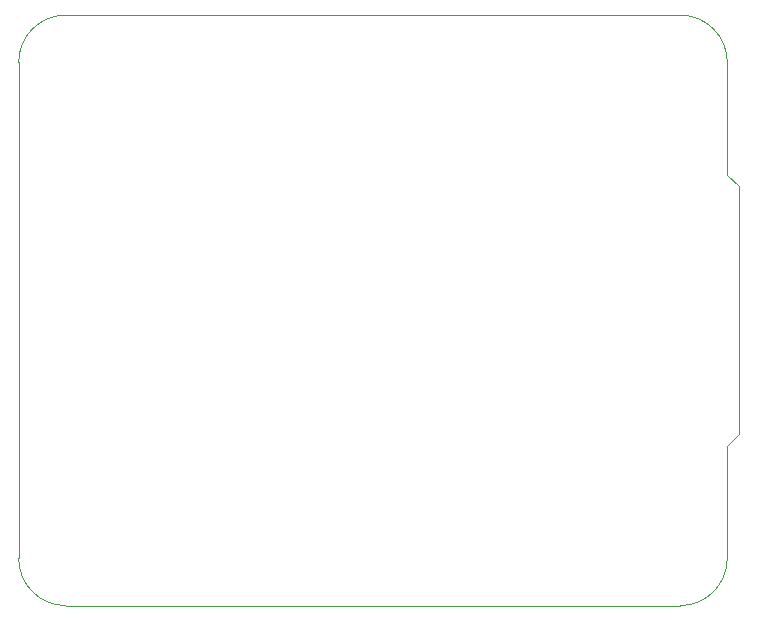
<source format=gm1>
%TF.GenerationSoftware,KiCad,Pcbnew,7.0.2*%
%TF.CreationDate,2023-11-21T14:40:01-06:00*%
%TF.ProjectId,LeaderSOM,4c656164-6572-4534-9f4d-2e6b69636164,rev?*%
%TF.SameCoordinates,Original*%
%TF.FileFunction,Profile,NP*%
%FSLAX46Y46*%
G04 Gerber Fmt 4.6, Leading zero omitted, Abs format (unit mm)*
G04 Created by KiCad (PCBNEW 7.0.2) date 2023-11-21 14:40:01*
%MOMM*%
%LPD*%
G01*
G04 APERTURE LIST*
%TA.AperFunction,Profile*%
%ADD10C,0.100000*%
%TD*%
G04 APERTURE END LIST*
D10*
X151000000Y-63500000D02*
X151000000Y-84500000D01*
X94000000Y-99000000D02*
X146000000Y-99000000D01*
X150000000Y-62500000D02*
X151000000Y-63500000D01*
X150000000Y-53000000D02*
G75*
G03*
X146000000Y-49000000I-4000000J0D01*
G01*
X150000000Y-53000000D02*
X150000000Y-62500000D01*
X146000000Y-99000000D02*
G75*
G03*
X150000000Y-95000000I0J4000000D01*
G01*
X151000000Y-84500000D02*
X150000000Y-85500000D01*
X150000000Y-85500000D02*
X150000000Y-95000000D01*
X94000000Y-49000000D02*
G75*
G03*
X90000000Y-53000000I0J-4000000D01*
G01*
X90000000Y-53000000D02*
X90000000Y-95000000D01*
X90000000Y-95000000D02*
G75*
G03*
X94000000Y-99000000I4000000J0D01*
G01*
X94000000Y-49000000D02*
X146000000Y-49000000D01*
M02*

</source>
